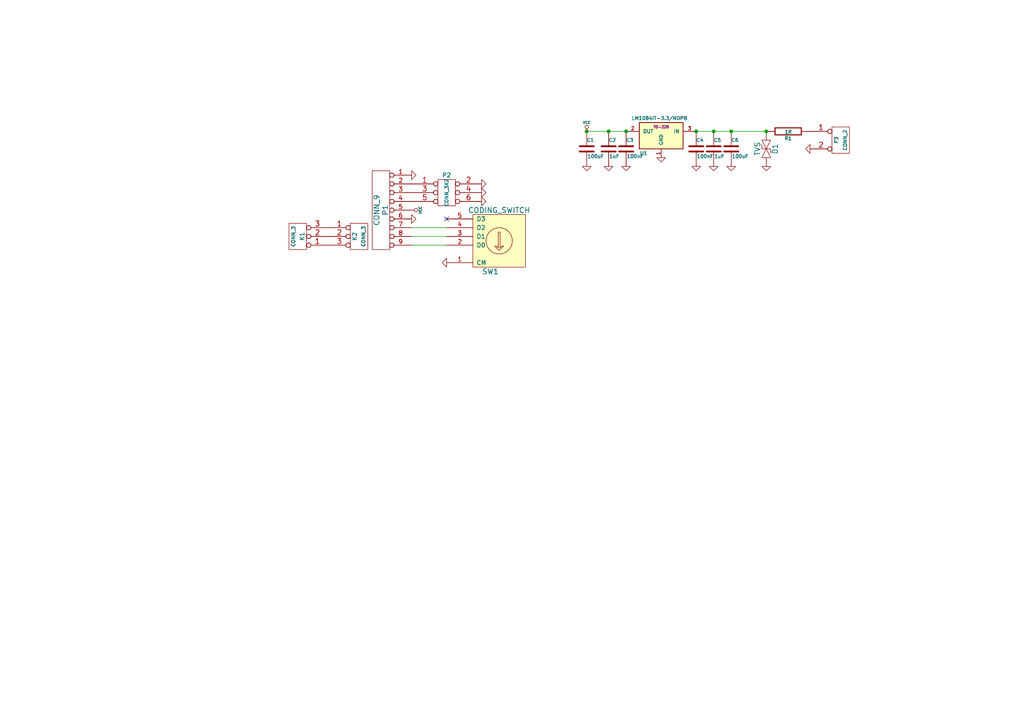
<source format=kicad_sch>
(kicad_sch (version 20230121) (generator eeschema)
  (paper "A4")
  (lib_symbols
    (symbol "fpv_receiver-rescue:C" (pin_numbers hide) (pin_names (offset 0.254))
      (property "Reference" "C" (at 0 2.54 0))
      (property "Value" "C" (at 0.1524 -2.159 0))
      (symbol "C_0_1"
        (polyline (pts (xy -2.032 -0.762) (xy 2.032 -0.762)) (stroke (width 0.508)))
        (polyline (pts (xy -2.032 0.762) (xy 2.032 0.762)) (stroke (width 0.508)))
      )
      (symbol "C_1_1"
        (pin passive line (at 0 5.08 270) (length 4.318) (name "~") (number "1"))
        (pin passive line (at 0 -5.08 90) (length 4.318) (name "~") (number "2"))
      )
    )
    (symbol "fpv_receiver-rescue:CODING_SWITCH" (pin_names (offset 1.016))
      (property "Reference" "SW" (at 2.54 8.89 0))
      (property "Value" "CODING_SWITCH" (at 0 -8.8646 0))
      (symbol "CODING_SWITCH_0_1"
        (polyline (pts (xy -0.254 -2.54) (xy -0.254 2.032) (xy -0.762 1.524) (xy -1.27 1.524) (xy 0 2.794) (xy 1.27 1.524) (xy 0.762 1.524) (xy 0.254 2.032) (xy 0.254 -2.54) (xy -0.254 -2.54) (xy -0.254 -2.54)))
        (circle (center 0 0) (radius 3.81))
        (rectangle (start 7.62 7.62) (end -7.62 -7.62) (fill (type background)))
      )
      (symbol "CODING_SWITCH_1_1"
        (pin passive line (at 15.24 6.35 180) (length 7.62) (name "CM") (number "1"))
        (pin passive line (at 15.24 1.27 180) (length 7.62) (name "D0") (number "2"))
        (pin passive line (at 15.24 -1.27 180) (length 7.62) (name "D1") (number "3"))
        (pin passive line (at 15.24 -3.81 180) (length 7.62) (name "D2") (number "4"))
        (pin passive line (at 15.24 -6.35 180) (length 7.62) (name "D3") (number "5"))
      )
    )
    (symbol "fpv_receiver-rescue:CONN_2" (pin_names (offset 1.016) hide)
      (property "Reference" "P" (at -1.27 0 90))
      (property "Value" "CONN_2" (at 1.27 0 90))
      (symbol "CONN_2_0_1"
        (rectangle (start -2.54 3.81) (end 2.54 -3.81))
      )
      (symbol "CONN_2_1_1"
        (pin passive inverted (at -8.89 2.54 0) (length 6.35) (name "P1") (number "1"))
        (pin passive inverted (at -8.89 -2.54 0) (length 6.35) (name "PM") (number "2"))
      )
    )
    (symbol "fpv_receiver-rescue:CONN_3" (pin_names (offset 1.016) hide)
      (property "Reference" "K" (at -1.27 0 90))
      (property "Value" "CONN_3" (at 1.27 0 90))
      (symbol "CONN_3_0_1"
        (rectangle (start -2.54 3.81) (end 2.54 -3.81))
      )
      (symbol "CONN_3_1_1"
        (pin passive inverted (at -8.89 2.54 0) (length 6.35) (name "P1") (number "1"))
        (pin passive inverted (at -8.89 0 0) (length 6.35) (name "PM") (number "2"))
        (pin passive inverted (at -8.89 -2.54 0) (length 6.35) (name "P3") (number "3"))
      )
    )
    (symbol "fpv_receiver-rescue:CONN_3X2" (pin_names (offset 1.016) hide)
      (property "Reference" "P" (at 0 6.35 0))
      (property "Value" "CONN_3X2" (at 0 1.27 90))
      (symbol "CONN_3X2_0_1"
        (rectangle (start -2.54 5.08) (end 2.54 -2.54))
      )
      (symbol "CONN_3X2_1_1"
        (pin passive inverted (at -10.16 3.81 0) (length 7.62) (name "1") (number "1"))
        (pin passive inverted (at 10.16 3.81 180) (length 7.62) (name "2") (number "2"))
        (pin passive inverted (at -10.16 1.27 0) (length 7.62) (name "3") (number "3"))
        (pin passive inverted (at 10.16 1.27 180) (length 7.62) (name "4") (number "4"))
        (pin passive inverted (at -10.16 -1.27 0) (length 7.62) (name "5") (number "5"))
        (pin passive inverted (at 10.16 -1.27 180) (length 7.62) (name "6") (number "6"))
      )
    )
    (symbol "fpv_receiver-rescue:CONN_9" (pin_names (offset 1.016) hide)
      (property "Reference" "P" (at -1.27 0 90))
      (property "Value" "CONN_9" (at 1.27 0 90))
      (symbol "CONN_9_0_1"
        (rectangle (start -2.54 11.43) (end 2.54 -11.43))
      )
      (symbol "CONN_9_1_1"
        (pin passive inverted (at -8.89 10.16 0) (length 6.35) (name "P1") (number "1"))
        (pin passive inverted (at -8.89 7.62 0) (length 6.35) (name "P2") (number "2"))
        (pin passive inverted (at -8.89 5.08 0) (length 6.35) (name "P3") (number "3"))
        (pin passive inverted (at -8.89 2.54 0) (length 6.35) (name "P4") (number "4"))
        (pin passive inverted (at -8.89 0 0) (length 6.35) (name "P5") (number "5"))
        (pin passive inverted (at -8.89 -2.54 0) (length 6.35) (name "P6") (number "6"))
        (pin passive inverted (at -8.89 -5.08 0) (length 6.35) (name "P7") (number "7"))
        (pin passive inverted (at -8.89 -7.62 0) (length 6.35) (name "P8") (number "8"))
        (pin passive inverted (at -8.89 -10.16 0) (length 6.35) (name "P9") (number "9"))
      )
    )
    (symbol "fpv_receiver-rescue:GND" (power) (pin_names (offset 0))
      (symbol "GND_0_1"
        (polyline (pts (xy -1.27 0) (xy 0 -1.27) (xy 1.27 0) (xy -1.27 0)))
      )
      (symbol "GND_1_1"
        (pin power_in line (at 0 0 90) (length 0) hide (name "GND") (number "1"))
      )
    )
    (symbol "fpv_receiver-rescue:LM1084IT-3.3/NOPB" (pin_names (offset 1.016))
      (property "Reference" "U" (at 5.08 -5.08 0))
      (property "Value" "LM1084IT-3.3/NOPB" (at -7.62 5.08 0))
      (property "Footprint" "TO-220" (at 0 2.54 0))
      (symbol "LM1084IT-3.3/NOPB_0_1"
        (rectangle (start -6.35 3.81) (end 6.35 -3.81) (stroke (width 0.254)) (fill (type background)))
      )
      (symbol "LM1084IT-3.3/NOPB_1_1"
        (pin power_in line (at 0 -6.35 90) (length 2.54) (name "GND") (number "1"))
        (pin power_out line (at 10.16 1.27 180) (length 3.81) (name "OUT") (number "2"))
        (pin input line (at -10.16 1.27 0) (length 3.81) (name "IN") (number "3"))
      )
    )
    (symbol "fpv_receiver-rescue:R" (pin_numbers hide) (pin_names (offset 0))
      (property "Reference" "R" (at 2.032 0 90))
      (property "Value" "R" (at 0.1778 0.0254 90))
      (symbol "R_0_1"
        (rectangle (start -1.016 3.81) (end 1.016 -3.81) (stroke (width 0.3048)))
      )
      (symbol "R_1_1"
        (pin passive line (at 0 6.35 270) (length 2.54) (name "~") (number "1"))
        (pin passive line (at 0 -6.35 90) (length 2.54) (name "~") (number "2"))
      )
    )
    (symbol "fpv_receiver-rescue:TVS" (pin_numbers hide) (pin_names (offset 1.016))
      (property "Reference" "D" (at 0 2.54 0))
      (property "Value" "TVS" (at 0 -2.54 0))
      (symbol "TVS_0_1"
        (polyline (pts (xy -2.54 1.27) (xy -2.54 -1.27) (xy 0 0) (xy -2.54 1.27)))
        (polyline (pts (xy 0 0) (xy 2.54 1.27) (xy 2.54 -1.27) (xy 0 0)))
        (polyline (pts (xy 1.27 1.27) (xy 0 1.27) (xy 0 -1.27) (xy -1.27 -1.27)))
      )
      (symbol "TVS_1_1"
        (pin input line (at -5.08 0 0) (length 2.54) (name "~") (number "1"))
        (pin input line (at 5.08 0 180) (length 2.54) (name "~") (number "2"))
      )
    )
    (symbol "fpv_receiver-rescue:VCC" (power) (pin_names (offset 0))
      (property "Value" "VCC" (at 0 2.54 0))
      (symbol "VCC_0_0"
        (pin power_in line (at 0 0 90) (length 0) hide (name "VCC") (number "1"))
      )
      (symbol "VCC_0_1"
        (polyline (pts (xy 0 0) (xy 0 0.762) (xy 0 0.762)))
        (circle (center 0 1.27) (radius 0.508))
      )
    )
  )
  (junction (at 207.01 38.1))
  (junction (at 222.25 38.1))
  (junction (at 201.93 38.1))
  (junction (at 176.53 38.1))
  (junction (at 212.09 38.1))
  (junction (at 181.61 38.1))
  (junction (at 170.18 38.1))
  (no_connect (at 129.54 63.5))
  (wire (pts (xy 201.93 38.1) (xy 207.01 38.1)))
  (wire (pts (xy 170.18 38.1) (xy 176.53 38.1)))
  (wire (pts (xy 212.09 38.1) (xy 222.25 38.1)))
  (wire (pts (xy 119.38 66.04) (xy 129.54 66.04)))
  (wire (pts (xy 176.53 38.1) (xy 181.61 38.1)))
  (wire (pts (xy 119.38 71.12) (xy 129.54 71.12)))
  (wire (pts (xy 119.38 68.58) (xy 129.54 68.58)))
  (wire (pts (xy 207.01 38.1) (xy 212.09 38.1)))
  (symbol (lib_id "fpv_receiver-rescue:CONN_9") (at 110.49 60.96 0) (mirror y) (unit 1)
    (property "Reference" "P1" (at 111.76 60.96 90) (effects (font (size 1.524 1.524))))
    (property "Value" "CONN_9" (at 109.22 60.96 90) (effects (font (size 1.524 1.524))))
  )
  (symbol (lib_id "fpv_receiver-rescue:CONN_3") (at 104.14 68.58 0) (unit 1)
    (property "Reference" "K2" (at 102.87 68.58 90))
    (property "Value" "CONN_3" (at 105.41 68.58 90) (effects (font (size 1.016 1.016))))
  )
  (symbol (lib_id "fpv_receiver-rescue:CONN_3") (at 86.36 68.58 180) (unit 1)
    (property "Reference" "K1" (at 87.63 68.58 90))
    (property "Value" "CONN_3" (at 85.09 68.58 90) (effects (font (size 1.016 1.016))))
  )
  (symbol (lib_id "fpv_receiver-rescue:GND") (at 119.38 50.8 90) (unit 1)
    (property "Reference" "#PWR01" (effects hide))
    (property "Value" "GND" (effects hide))
  )
  (symbol (lib_id "fpv_receiver-rescue:CODING_SWITCH") (at 144.78 69.85 180) (unit 1)
    (property "Reference" "SW1" (at 142.24 78.74 0) (effects (font (size 1.524 1.524))))
    (property "Value" "CODING_SWITCH" (at 144.78 60.9854 0) (effects (font (size 1.524 1.524))))
  )
  (symbol (lib_id "fpv_receiver-rescue:GND") (at 119.38 63.5 90) (unit 1)
    (property "Reference" "#PWR02" (effects hide))
    (property "Value" "GND" (effects hide))
  )
  (symbol (lib_id "fpv_receiver-rescue:GND") (at 129.54 76.2 270) (unit 1)
    (property "Reference" "#PWR03" (effects hide))
    (property "Value" "GND" (effects hide))
  )
  (symbol (lib_id "fpv_receiver-rescue:VCC") (at 119.38 60.96 270) (unit 1)
    (property "Reference" "#PWR04" (effects hide))
    (property "Value" "VCC" (at 121.92 60.96 0) (effects (font (size 0.762 0.762))))
  )
  (symbol (lib_id "fpv_receiver-rescue:CONN_3X2") (at 129.54 57.15 0) (unit 1)
    (property "Reference" "P2" (at 129.54 50.8 0))
    (property "Value" "CONN_3X2" (at 129.54 55.88 90) (effects (font (size 1.016 1.016))))
  )
  (symbol (lib_id "fpv_receiver-rescue:GND") (at 139.7 53.34 90) (unit 1)
    (property "Reference" "#PWR05" (effects hide))
    (property "Value" "GND" (effects hide))
  )
  (symbol (lib_id "fpv_receiver-rescue:GND") (at 139.7 55.88 90) (unit 1)
    (property "Reference" "#PWR06" (effects hide))
    (property "Value" "GND" (effects hide))
  )
  (symbol (lib_id "fpv_receiver-rescue:GND") (at 139.7 58.42 90) (unit 1)
    (property "Reference" "#PWR07" (effects hide))
    (property "Value" "GND" (effects hide))
  )
  (symbol (lib_id "fpv_receiver-rescue:LM1084IT-3.3/NOPB") (at 191.77 39.37 0) (mirror y) (unit 1)
    (property "Reference" "U1" (at 186.69 44.45 0) (effects (font (size 1.016 1.016))))
    (property "Value" "LM1084IT-3.3/NOPB" (at 199.39 34.29 0) (effects (font (size 1.016 1.016)) (justify left)))
    (property "Footprint" "TO-220" (at 191.77 36.83 0) (effects (font (size 0.762 0.762) italic)))
  )
  (symbol (lib_id "fpv_receiver-rescue:GND") (at 191.77 45.72 0) (unit 1)
    (property "Reference" "#PWR08" (effects hide))
    (property "Value" "GND" (effects hide))
  )
  (symbol (lib_id "fpv_receiver-rescue:VCC") (at 170.18 38.1 0) (unit 1)
    (property "Reference" "#PWR09" (effects hide))
    (property "Value" "VCC" (at 170.18 35.56 0) (effects (font (size 0.762 0.762))))
  )
  (symbol (lib_id "fpv_receiver-rescue:R") (at 228.6 38.1 270) (unit 1)
    (property "Reference" "R1" (at 228.6 40.132 90) (effects (font (size 1.016 1.016))))
    (property "Value" "1R" (at 228.6254 38.2778 90) (effects (font (size 1.016 1.016))))
  )
  (symbol (lib_id "fpv_receiver-rescue:C") (at 201.93 43.18 0) (unit 1)
    (property "Reference" "C4" (at 201.93 40.64 0) (effects (font (size 1.016 1.016)) (justify left)))
    (property "Value" "100nF" (at 202.0824 45.339 0) (effects (font (size 1.016 1.016)) (justify left)))
  )
  (symbol (lib_id "fpv_receiver-rescue:C") (at 207.01 43.18 0) (unit 1)
    (property "Reference" "C5" (at 207.01 40.64 0) (effects (font (size 1.016 1.016)) (justify left)))
    (property "Value" "1uF" (at 207.1624 45.339 0) (effects (font (size 1.016 1.016)) (justify left)))
  )
  (symbol (lib_id "fpv_receiver-rescue:C") (at 212.09 43.18 0) (unit 1)
    (property "Reference" "C6" (at 212.09 40.64 0) (effects (font (size 1.016 1.016)) (justify left)))
    (property "Value" "100uF" (at 212.2424 45.339 0) (effects (font (size 1.016 1.016)) (justify left)))
  )
  (symbol (lib_id "fpv_receiver-rescue:GND") (at 201.93 48.26 0) (unit 1)
    (property "Reference" "#PWR010" (effects hide))
    (property "Value" "GND" (effects hide))
  )
  (symbol (lib_id "fpv_receiver-rescue:GND") (at 207.01 48.26 0) (unit 1)
    (property "Reference" "#PWR011" (effects hide))
    (property "Value" "GND" (effects hide))
  )
  (symbol (lib_id "fpv_receiver-rescue:GND") (at 212.09 48.26 0) (unit 1)
    (property "Reference" "#PWR012" (effects hide))
    (property "Value" "GND" (effects hide))
  )
  (symbol (lib_id "fpv_receiver-rescue:C") (at 181.61 43.18 0) (unit 1)
    (property "Reference" "C3" (at 181.61 40.64 0) (effects (font (size 1.016 1.016)) (justify left)))
    (property "Value" "100nF" (at 181.7624 45.339 0) (effects (font (size 1.016 1.016)) (justify left)))
  )
  (symbol (lib_id "fpv_receiver-rescue:C") (at 176.53 43.18 0) (unit 1)
    (property "Reference" "C2" (at 176.53 40.64 0) (effects (font (size 1.016 1.016)) (justify left)))
    (property "Value" "1uF" (at 176.6824 45.339 0) (effects (font (size 1.016 1.016)) (justify left)))
  )
  (symbol (lib_id "fpv_receiver-rescue:C") (at 170.18 43.18 0) (unit 1)
    (property "Reference" "C1" (at 170.18 40.64 0) (effects (font (size 1.016 1.016)) (justify left)))
    (property "Value" "100uF" (at 170.3324 45.339 0) (effects (font (size 1.016 1.016)) (justify left)))
  )
  (symbol (lib_id "fpv_receiver-rescue:TVS") (at 222.25 43.18 270) (unit 1)
    (property "Reference" "D1" (at 224.79 43.18 0) (effects (font (size 1.524 1.524))))
    (property "Value" "TVS" (at 219.71 43.18 0) (effects (font (size 1.524 1.524))))
  )
  (symbol (lib_id "fpv_receiver-rescue:GND") (at 222.25 48.26 0) (unit 1)
    (property "Reference" "#PWR013" (effects hide))
    (property "Value" "GND" (effects hide))
  )
  (symbol (lib_id "fpv_receiver-rescue:GND") (at 234.95 43.18 270) (unit 1)
    (property "Reference" "#PWR014" (effects hide))
    (property "Value" "GND" (effects hide))
  )
  (symbol (lib_id "fpv_receiver-rescue:CONN_2") (at 243.84 40.64 0) (unit 1)
    (property "Reference" "P3" (at 242.57 40.64 90) (effects (font (size 1.016 1.016))))
    (property "Value" "CONN_2" (at 245.11 40.64 90) (effects (font (size 1.016 1.016))))
  )
  (symbol (lib_id "fpv_receiver-rescue:GND") (at 181.61 48.26 0) (unit 1)
    (property "Reference" "#PWR015" (effects hide))
    (property "Value" "GND" (effects hide))
  )
  (symbol (lib_id "fpv_receiver-rescue:GND") (at 176.53 48.26 0) (unit 1)
    (property "Reference" "#PWR016" (effects hide))
    (property "Value" "GND" (effects hide))
  )
  (symbol (lib_id "fpv_receiver-rescue:GND") (at 170.18 48.26 0) (unit 1)
    (property "Reference" "#PWR017" (effects hide))
    (property "Value" "GND" (effects hide))
  )
)
</source>
